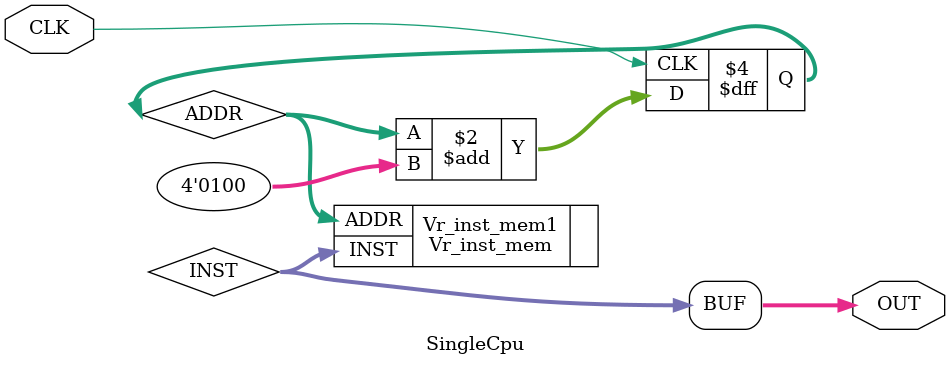
<source format=v>
module SingleCpu(CLK, OUT);
    input CLK;
    reg [31:0] ADDR;
    wire [31:0] INST;
    output reg [31:0] OUT;

    Vr_inst_mem Vr_inst_mem1(.ADDR(ADDR), .INST(INST));


    always @(posedge CLK) begin
        ADDR <= ADDR + 4'b0100;
        $display("%d", ADDR);
    end

    always @(INST) begin 
        OUT = INST;
    end




endmodule
</source>
